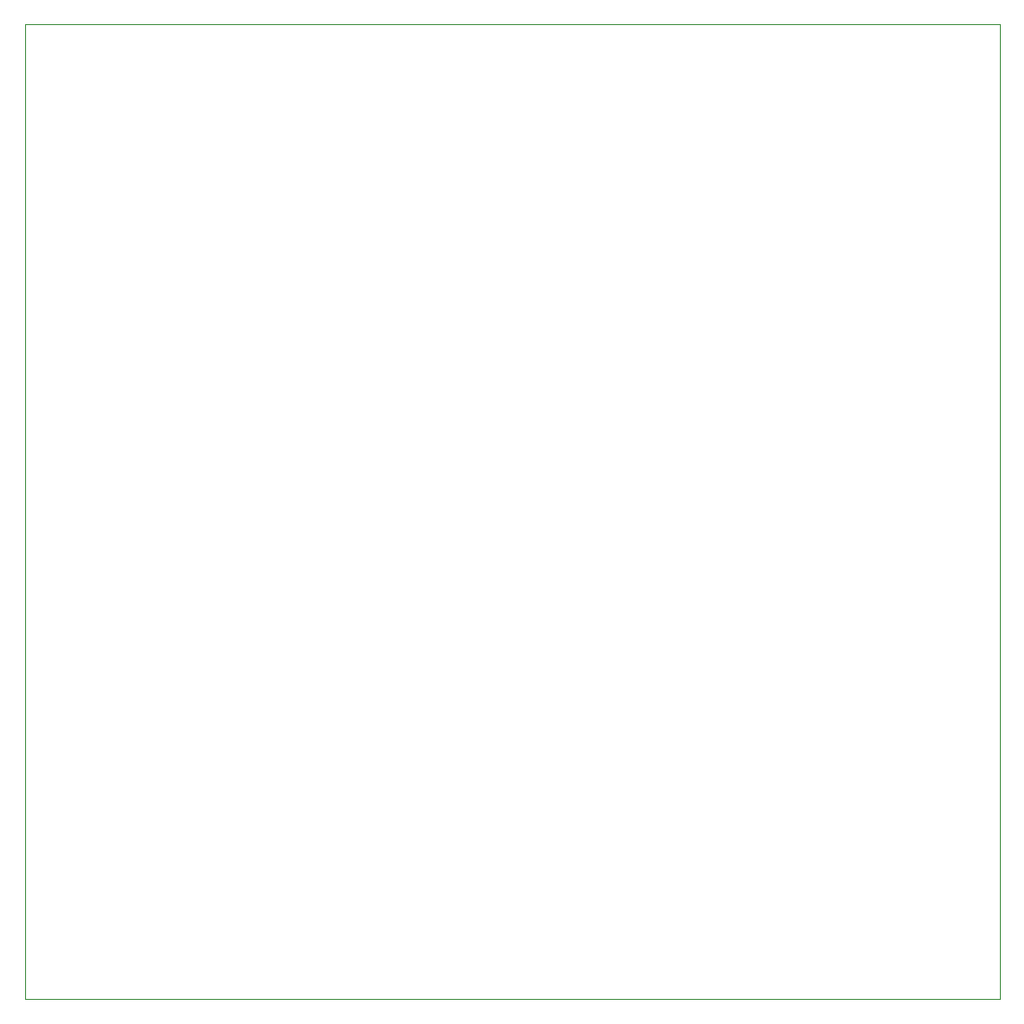
<source format=gbr>
G04 #@! TF.GenerationSoftware,KiCad,Pcbnew,6.0.10+dfsg-1~bpo11+1*
G04 #@! TF.ProjectId,project,70726f6a-6563-4742-9e6b-696361645f70,rev?*
G04 #@! TF.SameCoordinates,Original*
G04 #@! TF.FileFunction,Profile,NP*
%FSLAX46Y46*%
G04 Gerber Fmt 4.6, Leading zero omitted, Abs format (unit mm)*
%MOMM*%
%LPD*%
G01*
G04 APERTURE LIST*
G04 #@! TA.AperFunction,Profile*
%ADD10C,0.100000*%
G04 #@! TD*
G04 APERTURE END LIST*
D10*
X211012500Y-48287500D02*
X211012500Y-133787500D01*
X211012500Y-133787500D02*
X125512500Y-133787500D01*
X125512500Y-48287500D02*
X211012500Y-48287500D01*
X125512500Y-133787500D02*
X125512500Y-48287500D01*
M02*

</source>
